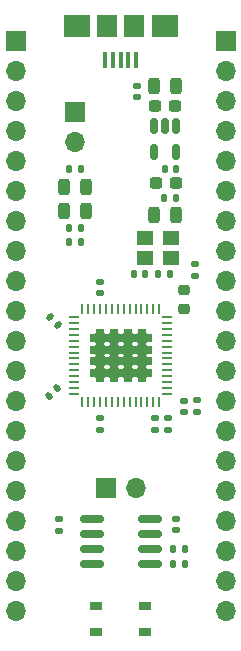
<source format=gbr>
%TF.GenerationSoftware,KiCad,Pcbnew,7.0.2-6a45011f42~172~ubuntu20.04.1*%
%TF.CreationDate,2023-04-23T13:30:35+07:00*%
%TF.ProjectId,EZ-USB-FX2LP-micro,455a2d55-5342-42d4-9658-324c502d6d69,rev?*%
%TF.SameCoordinates,Original*%
%TF.FileFunction,Soldermask,Top*%
%TF.FilePolarity,Negative*%
%FSLAX46Y46*%
G04 Gerber Fmt 4.6, Leading zero omitted, Abs format (unit mm)*
G04 Created by KiCad (PCBNEW 7.0.2-6a45011f42~172~ubuntu20.04.1) date 2023-04-23 13:30:35*
%MOMM*%
%LPD*%
G01*
G04 APERTURE LIST*
G04 Aperture macros list*
%AMRoundRect*
0 Rectangle with rounded corners*
0 $1 Rounding radius*
0 $2 $3 $4 $5 $6 $7 $8 $9 X,Y pos of 4 corners*
0 Add a 4 corners polygon primitive as box body*
4,1,4,$2,$3,$4,$5,$6,$7,$8,$9,$2,$3,0*
0 Add four circle primitives for the rounded corners*
1,1,$1+$1,$2,$3*
1,1,$1+$1,$4,$5*
1,1,$1+$1,$6,$7*
1,1,$1+$1,$8,$9*
0 Add four rect primitives between the rounded corners*
20,1,$1+$1,$2,$3,$4,$5,0*
20,1,$1+$1,$4,$5,$6,$7,0*
20,1,$1+$1,$6,$7,$8,$9,0*
20,1,$1+$1,$8,$9,$2,$3,0*%
%AMFreePoly0*
4,1,17,0.300000,0.502500,0.435000,0.367500,0.500000,0.367500,0.500000,-0.367500,0.435000,-0.367500,0.300000,-0.502500,0.300000,-0.587500,-0.300000,-0.587500,-0.300000,-0.502500,-0.435000,-0.367500,-0.750000,-0.367500,-0.750000,0.367500,-0.435000,0.367500,-0.300000,0.502500,-0.300000,0.837549,0.300000,0.837549,0.300000,0.502500,0.300000,0.502500,$1*%
%AMFreePoly1*
4,1,17,0.300000,0.502500,0.435000,0.367500,0.500000,0.367500,0.500000,-0.367500,0.435000,-0.367500,0.300000,-0.502500,0.300000,-0.587500,-0.300000,-0.587500,-0.300000,-0.502500,-0.435000,-0.367500,-0.750000,-0.367500,-0.750000,0.367500,-0.435000,0.367500,-0.300000,0.502500,-0.300000,0.587500,0.300000,0.587500,0.300000,0.502500,0.300000,0.502500,$1*%
%AMFreePoly2*
4,1,17,0.300000,0.502500,0.435000,0.367500,0.500000,0.367500,0.500000,-0.367500,0.435000,-0.367500,0.300000,-0.502500,0.300000,-0.837549,-0.300000,-0.837549,-0.300000,-0.502500,-0.435000,-0.367500,-0.750000,-0.367500,-0.750000,0.367500,-0.435000,0.367500,-0.300000,0.502500,-0.300000,0.587500,0.300000,0.587500,0.300000,0.502500,0.300000,0.502500,$1*%
%AMFreePoly3*
4,1,17,0.300000,0.502500,0.435000,0.367500,0.500000,0.367500,0.500000,-0.367500,0.435000,-0.367500,0.300000,-0.502500,0.300000,-0.587500,-0.300000,-0.587500,-0.300000,-0.502500,-0.435000,-0.367500,-0.500000,-0.367500,-0.500000,0.367500,-0.435000,0.367500,-0.300000,0.502500,-0.300000,0.837549,0.300000,0.837549,0.300000,0.502500,0.300000,0.502500,$1*%
%AMFreePoly4*
4,1,17,0.300000,0.502500,0.435000,0.367500,0.500000,0.367500,0.500000,-0.367500,0.435000,-0.367500,0.300000,-0.502500,0.300000,-0.587500,-0.300000,-0.587500,-0.300000,-0.502500,-0.435000,-0.367500,-0.500000,-0.367500,-0.500000,0.367500,-0.435000,0.367500,-0.300000,0.502500,-0.300000,0.587500,0.300000,0.587500,0.300000,0.502500,0.300000,0.502500,$1*%
%AMFreePoly5*
4,1,17,0.300000,0.502500,0.435000,0.367500,0.500000,0.367500,0.500000,-0.367500,0.435000,-0.367500,0.300000,-0.502500,0.300000,-0.837549,-0.300000,-0.837549,-0.300000,-0.502500,-0.435000,-0.367500,-0.500000,-0.367500,-0.500000,0.367500,-0.435000,0.367500,-0.300000,0.502500,-0.300000,0.587500,0.300000,0.587500,0.300000,0.502500,0.300000,0.502500,$1*%
%AMFreePoly6*
4,1,17,0.300000,0.502500,0.435000,0.367500,0.750000,0.367500,0.750000,-0.367500,0.435000,-0.367500,0.300000,-0.502500,0.300000,-0.587500,-0.300000,-0.587500,-0.300000,-0.502500,-0.435000,-0.367500,-0.500000,-0.367500,-0.500000,0.367500,-0.435000,0.367500,-0.300000,0.502500,-0.300000,0.837549,0.300000,0.837549,0.300000,0.502500,0.300000,0.502500,$1*%
%AMFreePoly7*
4,1,17,0.300000,0.502500,0.435000,0.367500,0.750000,0.367500,0.750000,-0.367500,0.435000,-0.367500,0.300000,-0.502500,0.300000,-0.587500,-0.300000,-0.587500,-0.300000,-0.502500,-0.435000,-0.367500,-0.500000,-0.367500,-0.500000,0.367500,-0.435000,0.367500,-0.300000,0.502500,-0.300000,0.587500,0.300000,0.587500,0.300000,0.502500,0.300000,0.502500,$1*%
%AMFreePoly8*
4,1,17,0.300000,0.502500,0.435000,0.367500,0.750000,0.367500,0.750000,-0.367500,0.435000,-0.367500,0.300000,-0.502500,0.300000,-0.837549,-0.300000,-0.837549,-0.300000,-0.502500,-0.435000,-0.367500,-0.500000,-0.367500,-0.500000,0.367500,-0.435000,0.367500,-0.300000,0.502500,-0.300000,0.587500,0.300000,0.587500,0.300000,0.502500,0.300000,0.502500,$1*%
G04 Aperture macros list end*
%ADD10RoundRect,0.150000X-0.150000X0.512500X-0.150000X-0.512500X0.150000X-0.512500X0.150000X0.512500X0*%
%ADD11RoundRect,0.140000X0.140000X0.170000X-0.140000X0.170000X-0.140000X-0.170000X0.140000X-0.170000X0*%
%ADD12RoundRect,0.135000X0.135000X0.185000X-0.135000X0.185000X-0.135000X-0.185000X0.135000X-0.185000X0*%
%ADD13RoundRect,0.150000X-0.825000X-0.150000X0.825000X-0.150000X0.825000X0.150000X-0.825000X0.150000X0*%
%ADD14RoundRect,0.243750X-0.243750X-0.456250X0.243750X-0.456250X0.243750X0.456250X-0.243750X0.456250X0*%
%ADD15RoundRect,0.140000X-0.021213X0.219203X-0.219203X0.021213X0.021213X-0.219203X0.219203X-0.021213X0*%
%ADD16RoundRect,0.140000X-0.170000X0.140000X-0.170000X-0.140000X0.170000X-0.140000X0.170000X0.140000X0*%
%ADD17RoundRect,0.243750X0.243750X0.456250X-0.243750X0.456250X-0.243750X-0.456250X0.243750X-0.456250X0*%
%ADD18RoundRect,0.140000X0.170000X-0.140000X0.170000X0.140000X-0.170000X0.140000X-0.170000X-0.140000X0*%
%ADD19RoundRect,0.135000X0.185000X-0.135000X0.185000X0.135000X-0.185000X0.135000X-0.185000X-0.135000X0*%
%ADD20R,1.050000X0.650000*%
%ADD21FreePoly0,270.000000*%
%ADD22FreePoly1,270.000000*%
%ADD23FreePoly2,270.000000*%
%ADD24FreePoly3,270.000000*%
%ADD25FreePoly4,270.000000*%
%ADD26FreePoly5,270.000000*%
%ADD27FreePoly6,270.000000*%
%ADD28FreePoly7,270.000000*%
%ADD29FreePoly8,270.000000*%
%ADD30RoundRect,0.062500X-0.062500X0.375000X-0.062500X-0.375000X0.062500X-0.375000X0.062500X0.375000X0*%
%ADD31RoundRect,0.062500X-0.375000X0.062500X-0.375000X-0.062500X0.375000X-0.062500X0.375000X0.062500X0*%
%ADD32RoundRect,0.225000X0.250000X-0.225000X0.250000X0.225000X-0.250000X0.225000X-0.250000X-0.225000X0*%
%ADD33R,0.400000X1.400000*%
%ADD34R,2.300000X1.900000*%
%ADD35R,1.800000X1.900000*%
%ADD36RoundRect,0.237500X0.300000X0.237500X-0.300000X0.237500X-0.300000X-0.237500X0.300000X-0.237500X0*%
%ADD37RoundRect,0.140000X-0.140000X-0.170000X0.140000X-0.170000X0.140000X0.170000X-0.140000X0.170000X0*%
%ADD38R,1.700000X1.700000*%
%ADD39O,1.700000X1.700000*%
%ADD40RoundRect,0.140000X0.219203X0.021213X0.021213X0.219203X-0.219203X-0.021213X-0.021213X-0.219203X0*%
%ADD41R,1.400000X1.200000*%
G04 APERTURE END LIST*
D10*
%TO.C,U4*%
X150762300Y-88016500D03*
X149812300Y-88016500D03*
X148862300Y-88016500D03*
X148862300Y-90291500D03*
X150762300Y-90291500D03*
%TD*%
D11*
%TO.C,C1*%
X150210400Y-100609400D03*
X149250400Y-100609400D03*
%TD*%
D12*
%TO.C,R2*%
X151513000Y-125120400D03*
X150493000Y-125120400D03*
%TD*%
D13*
%TO.C,U2*%
X143587400Y-121310400D03*
X143587400Y-122580400D03*
X143587400Y-123850400D03*
X143587400Y-125120400D03*
X148537400Y-125120400D03*
X148537400Y-123850400D03*
X148537400Y-122580400D03*
X148537400Y-121310400D03*
%TD*%
D12*
%TO.C,R4*%
X150762300Y-94132400D03*
X149742300Y-94132400D03*
%TD*%
%TO.C,R9*%
X142673800Y-97891600D03*
X141653800Y-97891600D03*
%TD*%
D14*
%TO.C,D2*%
X141251700Y-93200600D03*
X143126700Y-93200600D03*
%TD*%
D15*
%TO.C,C9*%
X140665200Y-110236000D03*
X139986378Y-110914822D03*
%TD*%
D11*
%TO.C,C18*%
X150762300Y-91694000D03*
X149802300Y-91694000D03*
%TD*%
D16*
%TO.C,C6*%
X144312400Y-112804000D03*
X144312400Y-113764000D03*
%TD*%
D17*
%TO.C,F1*%
X150744400Y-84632800D03*
X148869400Y-84632800D03*
%TD*%
D18*
%TO.C,C4*%
X144312400Y-102207000D03*
X144312400Y-101247000D03*
%TD*%
D19*
%TO.C,R10*%
X152501600Y-112295400D03*
X152501600Y-111275400D03*
%TD*%
D20*
%TO.C,SW1*%
X143987400Y-128719000D03*
X148137400Y-128719000D03*
X143987400Y-130869000D03*
X148112400Y-130869000D03*
%TD*%
D21*
%TO.C,U1*%
X147824900Y-105986200D03*
D22*
X146649900Y-105986200D03*
X145474900Y-105986200D03*
D23*
X144299900Y-105986200D03*
D24*
X147824900Y-106986200D03*
D25*
X146649900Y-106986200D03*
X145474900Y-106986200D03*
D26*
X144299900Y-106986200D03*
D24*
X147824900Y-107986200D03*
D25*
X146649900Y-107986200D03*
X145474900Y-107986200D03*
D26*
X144299900Y-107986200D03*
D27*
X147824900Y-108986200D03*
D28*
X146649900Y-108986200D03*
X145474900Y-108986200D03*
D29*
X144299900Y-108986200D03*
D30*
X149312400Y-103548700D03*
X148812400Y-103548700D03*
X148312400Y-103548700D03*
X147812400Y-103548700D03*
X147312400Y-103548700D03*
X146812400Y-103548700D03*
X146312400Y-103548700D03*
X145812400Y-103548700D03*
X145312400Y-103548700D03*
X144812400Y-103548700D03*
X144312400Y-103548700D03*
X143812400Y-103548700D03*
X143312400Y-103548700D03*
X142812400Y-103548700D03*
D31*
X142124900Y-104236200D03*
X142124900Y-104736200D03*
X142124900Y-105236200D03*
X142124900Y-105736200D03*
X142124900Y-106236200D03*
X142124900Y-106736200D03*
X142124900Y-107236200D03*
X142124900Y-107736200D03*
X142124900Y-108236200D03*
X142124900Y-108736200D03*
X142124900Y-109236200D03*
X142124900Y-109736200D03*
X142124900Y-110236200D03*
X142124900Y-110736200D03*
D30*
X142812400Y-111423700D03*
X143312400Y-111423700D03*
X143812400Y-111423700D03*
X144312400Y-111423700D03*
X144812400Y-111423700D03*
X145312400Y-111423700D03*
X145812400Y-111423700D03*
X146312400Y-111423700D03*
X146812400Y-111423700D03*
X147312400Y-111423700D03*
X147812400Y-111423700D03*
X148312400Y-111423700D03*
X148812400Y-111423700D03*
X149312400Y-111423700D03*
D31*
X149999900Y-110736200D03*
X149999900Y-110236200D03*
X149999900Y-109736200D03*
X149999900Y-109236200D03*
X149999900Y-108736200D03*
X149999900Y-108236200D03*
X149999900Y-107736200D03*
X149999900Y-107236200D03*
X149999900Y-106736200D03*
X149999900Y-106236200D03*
X149999900Y-105736200D03*
X149999900Y-105236200D03*
X149999900Y-104736200D03*
X149999900Y-104236200D03*
%TD*%
D19*
%TO.C,R1*%
X140843000Y-122330400D03*
X140843000Y-121310400D03*
%TD*%
D16*
%TO.C,C13*%
X148971000Y-112804000D03*
X148971000Y-113764000D03*
%TD*%
D32*
%TO.C,C15*%
X151434800Y-103518000D03*
X151434800Y-101968000D03*
%TD*%
D33*
%TO.C,J5*%
X147362400Y-82479000D03*
X146712400Y-82479000D03*
X146062400Y-82479000D03*
X145412400Y-82479000D03*
X144762400Y-82479000D03*
D34*
X149812400Y-79629000D03*
D35*
X147212400Y-79629000D03*
X144912400Y-79629000D03*
D34*
X142312400Y-79629000D03*
%TD*%
D36*
%TO.C,C17*%
X150674800Y-86334600D03*
X148949800Y-86334600D03*
%TD*%
D12*
%TO.C,R6*%
X142679200Y-96723200D03*
X141659200Y-96723200D03*
%TD*%
D19*
%TO.C,R8*%
X150037800Y-113794000D03*
X150037800Y-112774000D03*
%TD*%
%TO.C,R7*%
X152323800Y-100789200D03*
X152323800Y-99769200D03*
%TD*%
D12*
%TO.C,R3*%
X151513000Y-123850400D03*
X150493000Y-123850400D03*
%TD*%
D37*
%TO.C,C2*%
X147190400Y-100609400D03*
X148150400Y-100609400D03*
%TD*%
D38*
%TO.C,J2*%
X144787400Y-118668800D03*
D39*
X147327400Y-118668800D03*
%TD*%
D38*
%TO.C,J3*%
X142169200Y-86842600D03*
D39*
X142169200Y-89382600D03*
%TD*%
D40*
%TO.C,C7*%
X140716000Y-104902000D03*
X140037178Y-104223178D03*
%TD*%
D16*
%TO.C,C8*%
X151434800Y-111305400D03*
X151434800Y-112265400D03*
%TD*%
D14*
%TO.C,D3*%
X141251700Y-95250000D03*
X143126700Y-95250000D03*
%TD*%
D12*
%TO.C,R5*%
X142679200Y-91694000D03*
X141659200Y-91694000D03*
%TD*%
D41*
%TO.C,Y1*%
X148150400Y-99275000D03*
X150350400Y-99275000D03*
X150350400Y-97575000D03*
X148150400Y-97575000D03*
%TD*%
D16*
%TO.C,C14*%
X147396200Y-84632800D03*
X147396200Y-85592800D03*
%TD*%
D36*
%TO.C,C19*%
X150762300Y-92913200D03*
X149037300Y-92913200D03*
%TD*%
D16*
%TO.C,C3*%
X150698200Y-121310400D03*
X150698200Y-122270400D03*
%TD*%
D14*
%TO.C,D1*%
X148894800Y-95605600D03*
X150769800Y-95605600D03*
%TD*%
D38*
%TO.C,J1*%
X137172400Y-80846600D03*
D39*
X137172400Y-83386600D03*
X137172400Y-85926600D03*
X137172400Y-88466600D03*
X137172400Y-91006600D03*
X137172400Y-93546600D03*
X137172400Y-96086600D03*
X137172400Y-98626600D03*
X137172400Y-101166600D03*
X137172400Y-103706600D03*
X137172400Y-106246600D03*
X137172400Y-108786600D03*
X137172400Y-111326600D03*
X137172400Y-113866600D03*
X137172400Y-116406600D03*
X137172400Y-118946600D03*
X137172400Y-121486600D03*
X137172400Y-124026600D03*
X137172400Y-126566600D03*
X137172400Y-129106600D03*
%TD*%
D38*
%TO.C,J7*%
X154952400Y-80846600D03*
D39*
X154952400Y-83386600D03*
X154952400Y-85926600D03*
X154952400Y-88466600D03*
X154952400Y-91006600D03*
X154952400Y-93546600D03*
X154952400Y-96086600D03*
X154952400Y-98626600D03*
X154952400Y-101166600D03*
X154952400Y-103706600D03*
X154952400Y-106246600D03*
X154952400Y-108786600D03*
X154952400Y-111326600D03*
X154952400Y-113866600D03*
X154952400Y-116406600D03*
X154952400Y-118946600D03*
X154952400Y-121486600D03*
X154952400Y-124026600D03*
X154952400Y-126566600D03*
X154952400Y-129106600D03*
%TD*%
M02*

</source>
